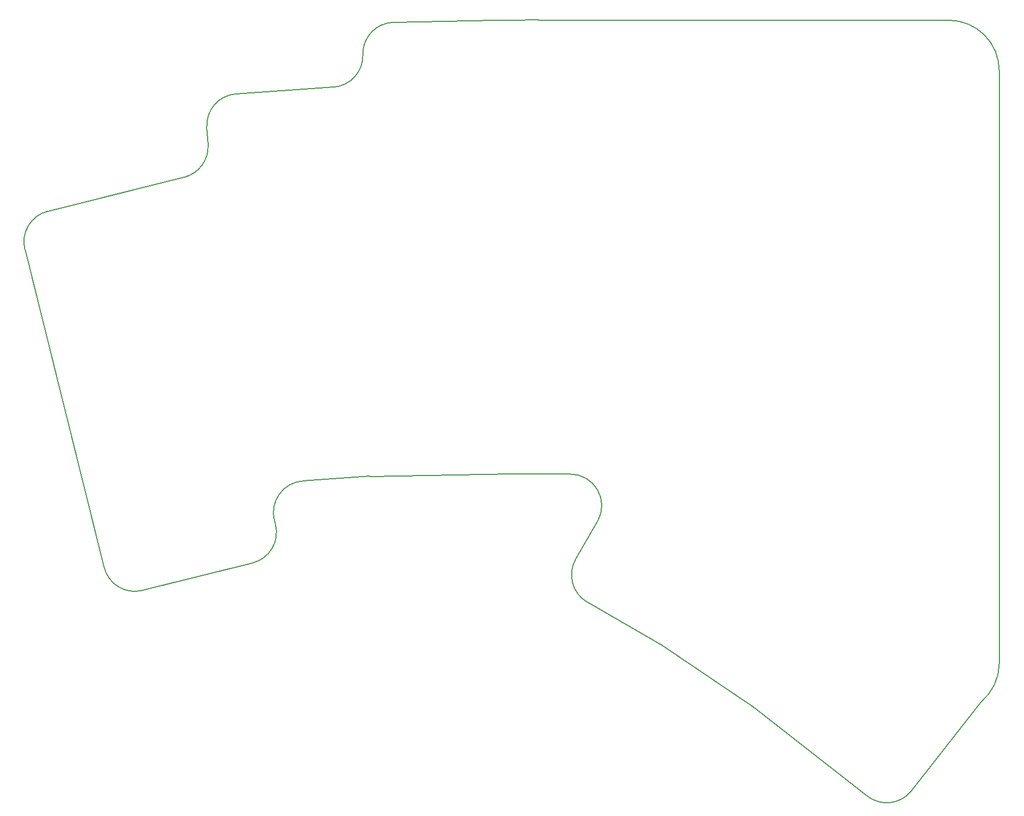
<source format=gbr>
%TF.GenerationSoftware,KiCad,Pcbnew,(6.0.5)*%
%TF.CreationDate,2022-05-07T21:13:44-04:00*%
%TF.ProjectId,main,6d61696e-2e6b-4696-9361-645f70636258,VERSION_HERE*%
%TF.SameCoordinates,Original*%
%TF.FileFunction,Profile,NP*%
%FSLAX46Y46*%
G04 Gerber Fmt 4.6, Leading zero omitted, Abs format (unit mm)*
G04 Created by KiCad (PCBNEW (6.0.5)) date 2022-05-07 21:13:44*
%MOMM*%
%LPD*%
G01*
G04 APERTURE LIST*
%TA.AperFunction,Profile*%
%ADD10C,0.150000*%
%TD*%
G04 APERTURE END LIST*
D10*
X173316369Y-175343585D02*
X173501404Y-176085722D01*
X152394212Y-186501404D02*
X169859535Y-182146810D01*
X133753185Y-132404157D02*
X146333124Y-182859535D01*
X137395054Y-126343069D02*
X159021932Y-120950883D01*
X177819065Y-169146155D02*
X188520320Y-168397851D01*
X167251754Y-107733696D02*
X182703521Y-106653203D01*
X162800143Y-115750622D02*
X162612716Y-113070299D01*
X188521022Y-168438061D02*
X210893811Y-168047543D01*
X188521022Y-168438061D02*
X188520320Y-168397851D01*
X192263862Y-96371764D02*
X208275000Y-96092288D01*
X210882088Y-96046781D02*
X215260359Y-95970358D01*
X215260359Y-95970358D02*
X215261693Y-96046781D01*
X187353977Y-101578121D02*
X187351885Y-101458264D01*
X210981073Y-168046781D02*
X220242320Y-168046781D01*
X215261693Y-96046781D02*
X280275000Y-96046781D01*
X208275000Y-96046781D02*
X210882088Y-96046781D01*
X208275000Y-96092288D02*
X208275000Y-96046781D01*
X222945738Y-188364323D02*
X234235106Y-194882242D01*
X221115611Y-181534196D02*
X224572447Y-175546781D01*
X234531070Y-195067181D02*
X249211611Y-204969330D01*
X274378168Y-218271052D02*
X285342966Y-204236751D01*
X249493953Y-205174465D02*
X267359807Y-219132799D01*
X169859535Y-182146810D02*
G75*
G03*
X173501405Y-176085722I-1209609J4851479D01*
G01*
X146333124Y-182859535D02*
G75*
G03*
X152394212Y-186501405I4851479J1209609D01*
G01*
X137395054Y-126343069D02*
G75*
G03*
X133753185Y-132404158I1209610J-4851479D01*
G01*
X159021932Y-120950884D02*
G75*
G03*
X162800143Y-115750621I-1209610J4851480D01*
G01*
X167251754Y-107733696D02*
G75*
G03*
X162612715Y-113070299I348782J-4987821D01*
G01*
X182703521Y-106653203D02*
G75*
G03*
X187353977Y-101578121I-348782J4987820D01*
G01*
X192263862Y-96371764D02*
G75*
G03*
X187351886Y-101458264I87262J-4999238D01*
G01*
X267359807Y-219132799D02*
G75*
G03*
X274378168Y-218271052I3078307J3940054D01*
G01*
X249493953Y-205174465D02*
G75*
G03*
X249211610Y-204969331I-3078307J-3940053D01*
G01*
X234531070Y-195067181D02*
G75*
G03*
X234235106Y-194882242I-2795964J-4145188D01*
G01*
X221115611Y-181534196D02*
G75*
G03*
X222945738Y-188364323I4330127J-2500000D01*
G01*
X224572447Y-175546781D02*
G75*
G03*
X220242320Y-168046781I-4330127J2500000D01*
G01*
X210981073Y-168046781D02*
G75*
G03*
X210893811Y-168047543I0J-5000000D01*
G01*
X177819065Y-169146157D02*
G75*
G03*
X173316369Y-175343585I348782J-4987819D01*
G01*
X285342966Y-204236751D02*
G75*
G03*
X288275000Y-198046782I-5067966J6189970D01*
G01*
X288275000Y-198046781D02*
X288275000Y-104046781D01*
X288275000Y-104046781D02*
G75*
G03*
X280275000Y-96046781I-8000000J0D01*
G01*
M02*

</source>
